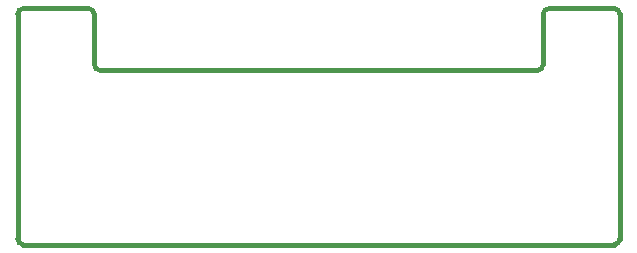
<source format=gbr>
G04 #@! TF.GenerationSoftware,KiCad,Pcbnew,(5.1.4)-1*
G04 #@! TF.CreationDate,2019-09-29T17:42:27+09:00*
G04 #@! TF.ProjectId,_autosave-project 02 micro usb,5f617574-6f73-4617-9665-2d70726f6a65,2*
G04 #@! TF.SameCoordinates,Original*
G04 #@! TF.FileFunction,Profile,NP*
%FSLAX46Y46*%
G04 Gerber Fmt 4.6, Leading zero omitted, Abs format (unit mm)*
G04 Created by KiCad (PCBNEW (5.1.4)-1) date 2019-09-29 17:42:27*
%MOMM*%
%LPD*%
G04 APERTURE LIST*
%ADD10C,0.400000*%
G04 APERTURE END LIST*
D10*
X155500000Y-49000000D02*
G75*
G02X155000000Y-49500000I-500000J0D01*
G01*
X105000000Y-49500000D02*
G75*
G02X104500000Y-49000000I0J500000D01*
G01*
X104500000Y-30000000D02*
G75*
G02X105000000Y-29500000I500000J0D01*
G01*
X110500000Y-29500000D02*
G75*
G02X111000000Y-30000000I0J-500000D01*
G01*
X111500000Y-34750000D02*
G75*
G02X111000000Y-34250000I0J500000D01*
G01*
X149000000Y-34250000D02*
G75*
G02X148500000Y-34750000I-500000J0D01*
G01*
X149000000Y-30000000D02*
G75*
G02X149500000Y-29500000I500000J0D01*
G01*
X155000000Y-29500000D02*
G75*
G02X155500000Y-30000000I0J-500000D01*
G01*
X149000000Y-34250000D02*
X149000000Y-30000000D01*
X111500000Y-34750000D02*
X148500000Y-34750000D01*
X111000000Y-30000000D02*
X111000000Y-34250000D01*
X105000000Y-29500000D02*
X110500000Y-29500000D01*
X104500000Y-49000000D02*
X104500000Y-30000000D01*
X155000000Y-49500000D02*
X105000000Y-49500000D01*
X155500000Y-30000000D02*
X155500000Y-49000000D01*
X149500000Y-29500000D02*
X155000000Y-29500000D01*
M02*

</source>
